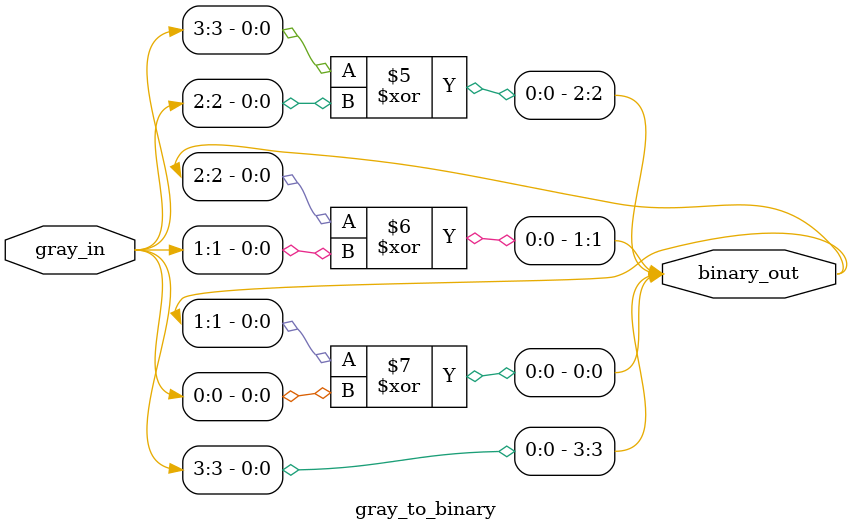
<source format=sv>

module gray_to_binary #(
    parameter N = 4  // Bit width
)(
    input  logic [N-1:0] gray_in,     // N-bit Gray code input
    output logic [N-1:0] binary_out   // N-bit binary output
);

    // Combinational logic for Gray to Binary conversion
    always_comb begin
        // MSB remains the same
        binary_out[N-1] = gray_in[N-1];

        // Each lower bit is XOR of previous binary and current gray bit
        for (int i = N-2; i >= 0; i--) begin
            binary_out[i] = binary_out[i+1] ^ gray_in[i];
        end
    end

endmodule

</source>
